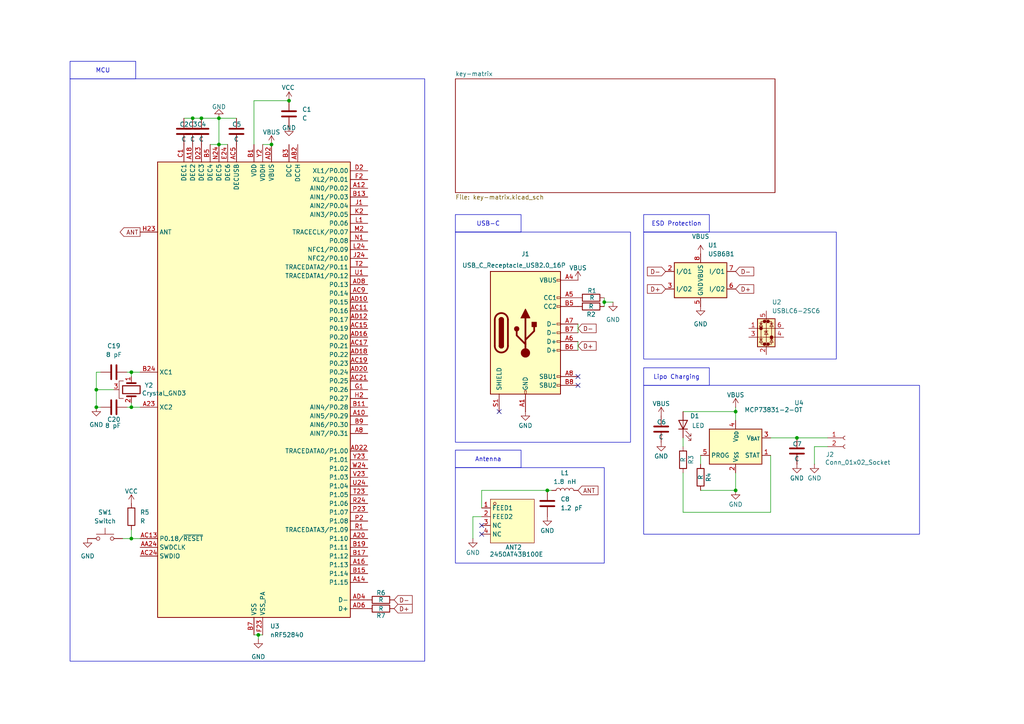
<source format=kicad_sch>
(kicad_sch (version 20250114) (generator "eeschema") (generator_version "9.0")
  (paper "A4")
  (lib_symbols
    (symbol "Battery_Management:MCP73831-2-OT"
      (property "Reference" "U" (at -7.62 6.35 0))
      (property "Value" "MCP73831-2-OT" (at 1.27 6.35 0))
      (symbol "MCP73831-2-OT_0_1"
        (rectangle (start -7.62 5.08) (end 7.62 -5.08) (stroke (width 0.254)) (fill (type background)))
      )
      (symbol "MCP73831-2-OT_1_1"
        (pin input line (at -10.16 -2.54 0) (length 2.54) (name "PROG") (number "5"))
        (pin power_in line (at 0 7.62 270) (length 2.54) (name "V_{DD}") (number "4"))
        (pin power_in line (at 0 -7.62 90) (length 2.54) (name "V_{SS}") (number "2"))
        (pin power_out line (at 10.16 2.54 180) (length 2.54) (name "V_{BAT}") (number "3"))
        (pin tri_state line (at 10.16 -2.54 180) (length 2.54) (name "STAT") (number "1"))
      )
    )
    (symbol "Connector:Conn_01x02_Socket" (pin_names (offset 1.016) (hide yes))
      (property "Reference" "J" (at 0 2.54 0))
      (property "Value" "Conn_01x02_Socket" (at 0 -5.08 0))
      (symbol "Conn_01x02_Socket_1_1"
        (polyline (pts (xy -1.27 0) (xy -0.508 0)) (stroke (width 0.1524)))
        (polyline (pts (xy -1.27 -2.54) (xy -0.508 -2.54)) (stroke (width 0.1524)))
        (arc (start 0 -0.508) (mid -0.5058 0) (end 0 0.508) (stroke (width 0.1524)))
        (arc (start 0 -3.048) (mid -0.5058 -2.54) (end 0 -2.032) (stroke (width 0.1524)))
        (pin passive line (at -5.08 0 0) (length 3.81) (name "Pin_1") (number "1"))
        (pin passive line (at -5.08 -2.54 0) (length 3.81) (name "Pin_2") (number "2"))
      )
    )
    (symbol "Connector:USB_C_Receptacle_USB2.0_16P" (pin_names (offset 1.016))
      (property "Reference" "J" (at 0 22.225 0))
      (property "Value" "USB_C_Receptacle_USB2.0_16P" (at 0 19.685 0))
      (symbol "USB_C_Receptacle_USB2.0_16P_0_0"
        (rectangle (start -0.254 -17.78) (end 0.254 -16.764))
        (rectangle (start 10.16 15.494) (end 9.144 14.986))
        (rectangle (start 10.16 10.414) (end 9.144 9.906))
        (rectangle (start 10.16 7.874) (end 9.144 7.366))
        (rectangle (start 10.16 2.794) (end 9.144 2.286))
        (rectangle (start 10.16 0.254) (end 9.144 -0.254))
        (rectangle (start 10.16 -2.286) (end 9.144 -2.794))
        (rectangle (start 10.16 -4.826) (end 9.144 -5.334))
        (rectangle (start 10.16 -12.446) (end 9.144 -12.954))
        (rectangle (start 10.16 -14.986) (end 9.144 -15.494))
      )
      (symbol "USB_C_Receptacle_USB2.0_16P_0_1"
        (rectangle (start -10.16 17.78) (end 10.16 -17.78) (stroke (width 0.254)) (fill (type background)))
        (polyline (pts (xy -8.89 -3.81) (xy -8.89 3.81)) (stroke (width 0.508)))
        (rectangle (start -7.62 -3.81) (end -6.35 3.81) (stroke (width 0.254)) (fill (type outline)))
        (arc (start -7.62 3.81) (mid -6.985 4.4423) (end -6.35 3.81) (stroke (width 0.254)))
        (arc (start -7.62 3.81) (mid -6.985 4.4423) (end -6.35 3.81) (stroke (width 0.254)) (fill (type outline)))
        (arc (start -8.89 3.81) (mid -6.985 5.7067) (end -5.08 3.81) (stroke (width 0.508)))
        (arc (start -5.08 -3.81) (mid -6.985 -5.7067) (end -8.89 -3.81) (stroke (width 0.508)))
        (arc (start -6.35 -3.81) (mid -6.985 -4.4423) (end -7.62 -3.81) (stroke (width 0.254)))
        (arc (start -6.35 -3.81) (mid -6.985 -4.4423) (end -7.62 -3.81) (stroke (width 0.254)) (fill (type outline)))
        (polyline (pts (xy -5.08 3.81) (xy -5.08 -3.81)) (stroke (width 0.508)))
        (circle (center -2.54 1.143) (radius 0.635) (stroke (width 0.254)) (fill (type outline)))
        (polyline (pts (xy -1.27 4.318) (xy 0 6.858) (xy 1.27 4.318) (xy -1.27 4.318)) (stroke (width 0.254)) (fill (type outline)))
        (polyline (pts (xy 0 -2.032) (xy 2.54 0.508) (xy 2.54 1.778)) (stroke (width 0.508)))
        (polyline (pts (xy 0 -3.302) (xy -2.54 -0.762) (xy -2.54 0.508)) (stroke (width 0.508)))
        (polyline (pts (xy 0 -5.842) (xy 0 4.318)) (stroke (width 0.508)))
        (circle (center 0 -5.842) (radius 1.27) (fill (type outline)))
        (rectangle (start 1.905 1.778) (end 3.175 3.048) (stroke (width 0.254)) (fill (type outline)))
      )
      (symbol "USB_C_Receptacle_USB2.0_16P_1_1"
        (pin passive line (at -7.62 -22.86 90) (length 5.08) (name "SHIELD") (number "S1"))
        (pin passive line (at 0 -22.86 90) (length 5.08) (name "GND") (number "A1"))
        (pin passive line (at 0 -22.86 90) (length 5.08) (hide yes) (name "GND") (number "A12"))
        (pin passive line (at 0 -22.86 90) (length 5.08) (hide yes) (name "GND") (number "B1"))
        (pin passive line (at 0 -22.86 90) (length 5.08) (hide yes) (name "GND") (number "B12"))
        (pin passive line (at 15.24 15.24 180) (length 5.08) (name "VBUS") (number "A4"))
        (pin passive line (at 15.24 15.24 180) (length 5.08) (hide yes) (name "VBUS") (number "A9"))
        (pin passive line (at 15.24 15.24 180) (length 5.08) (hide yes) (name "VBUS") (number "B4"))
        (pin passive line (at 15.24 15.24 180) (length 5.08) (hide yes) (name "VBUS") (number "B9"))
        (pin bidirectional line (at 15.24 10.16 180) (length 5.08) (name "CC1") (number "A5"))
        (pin bidirectional line (at 15.24 7.62 180) (length 5.08) (name "CC2") (number "B5"))
        (pin bidirectional line (at 15.24 2.54 180) (length 5.08) (name "D-") (number "A7"))
        (pin bidirectional line (at 15.24 0 180) (length 5.08) (name "D-") (number "B7"))
        (pin bidirectional line (at 15.24 -2.54 180) (length 5.08) (name "D+") (number "A6"))
        (pin bidirectional line (at 15.24 -5.08 180) (length 5.08) (name "D+") (number "B6"))
        (pin bidirectional line (at 15.24 -12.7 180) (length 5.08) (name "SBU1") (number "A8"))
        (pin bidirectional line (at 15.24 -15.24 180) (length 5.08) (name "SBU2") (number "B8"))
      )
    )
    (symbol "Device:C" (pin_numbers (hide yes)) (pin_names (offset 0.254))
      (property "Reference" "C" (at 0.635 2.54 0))
      (property "Value" "C" (at 0.635 -2.54 0))
      (symbol "C_0_1"
        (polyline (pts (xy -2.032 0.762) (xy 2.032 0.762)) (stroke (width 0.508)))
        (polyline (pts (xy -2.032 -0.762) (xy 2.032 -0.762)) (stroke (width 0.508)))
      )
      (symbol "C_1_1"
        (pin passive line (at 0 3.81 270) (length 2.794) (name "~") (number "1"))
        (pin passive line (at 0 -3.81 90) (length 2.794) (name "~") (number "2"))
      )
    )
    (symbol "Device:Crystal_GND3" (pin_names (offset 1.016) (hide yes))
      (property "Reference" "Y" (at 0 5.715 0))
      (property "Value" "Crystal_GND3" (at 0 3.81 0))
      (symbol "Crystal_GND3_0_1"
        (polyline (pts (xy -2.54 0) (xy -1.905 0)))
        (polyline (pts (xy -2.54 -2.286) (xy -2.54 -3.556) (xy 2.54 -3.556) (xy 2.54 -2.286)))
        (polyline (pts (xy -1.905 -1.27) (xy -1.905 1.27)) (stroke (width 0.508)))
        (rectangle (start -1.143 2.54) (end 1.143 -2.54) (stroke (width 0.3048)))
        (polyline (pts (xy 0 -3.81) (xy 0 -3.556)))
        (polyline (pts (xy 1.905 1.27) (xy 1.905 -1.27)) (stroke (width 0.508)))
        (polyline (pts (xy 1.905 0) (xy 2.54 0)))
      )
      (symbol "Crystal_GND3_1_1"
        (pin passive line (at -3.81 0 0) (length 1.27) (name "1") (number "1"))
        (pin passive line (at 0 -5.08 90) (length 1.27) (name "3") (number "3"))
        (pin passive line (at 3.81 0 180) (length 1.27) (name "2") (number "2"))
      )
    )
    (symbol "Device:L" (pin_numbers (hide yes)) (pin_names (offset 1.016) (hide yes))
      (property "Reference" "L" (at -1.27 0 90))
      (property "Value" "L" (at 1.905 0 90))
      (symbol "L_0_1"
        (arc (start 0 2.54) (mid 0.6323 1.905) (end 0 1.27))
        (arc (start 0 1.27) (mid 0.6323 0.635) (end 0 0))
        (arc (start 0 0) (mid 0.6323 -0.635) (end 0 -1.27))
        (arc (start 0 -1.27) (mid 0.6323 -1.905) (end 0 -2.54))
      )
      (symbol "L_1_1"
        (pin passive line (at 0 3.81 270) (length 1.27) (name "1") (number "1"))
        (pin passive line (at 0 -3.81 90) (length 1.27) (name "2") (number "2"))
      )
    )
    (symbol "Device:LED" (pin_numbers (hide yes)) (pin_names (offset 1.016) (hide yes))
      (property "Reference" "D" (at 0 2.54 0))
      (property "Value" "LED" (at 0 -2.54 0))
      (symbol "LED_0_1"
        (polyline (pts (xy -3.048 -0.762) (xy -4.572 -2.286) (xy -3.81 -2.286) (xy -4.572 -2.286) (xy -4.572 -1.524)))
        (polyline (pts (xy -1.778 -0.762) (xy -3.302 -2.286) (xy -2.54 -2.286) (xy -3.302 -2.286) (xy -3.302 -1.524)))
        (polyline (pts (xy -1.27 0) (xy 1.27 0)))
        (polyline (pts (xy -1.27 -1.27) (xy -1.27 1.27)) (stroke (width 0.254)))
        (polyline (pts (xy 1.27 -1.27) (xy 1.27 1.27) (xy -1.27 0) (xy 1.27 -1.27)) (stroke (width 0.254)))
      )
      (symbol "LED_1_1"
        (pin passive line (at -3.81 0 0) (length 2.54) (name "K") (number "1"))
        (pin passive line (at 3.81 0 180) (length 2.54) (name "A") (number "2"))
      )
    )
    (symbol "Device:R" (pin_numbers (hide yes)) (pin_names (offset 0))
      (property "Reference" "R" (at 2.032 0 90))
      (property "Value" "R" (at 0 0 90))
      (symbol "R_0_1"
        (rectangle (start -1.016 -2.54) (end 1.016 2.54) (stroke (width 0.254)))
      )
      (symbol "R_1_1"
        (pin passive line (at 0 3.81 270) (length 1.27) (name "~") (number "1"))
        (pin passive line (at 0 -3.81 90) (length 1.27) (name "~") (number "2"))
      )
    )
    (symbol "MCU_Nordic:nRF52840"
      (property "Reference" "U" (at 0 5.08 0))
      (property "Value" "nRF52840" (at 0 2.54 0))
      (symbol "nRF52840_0_1"
        (rectangle (start -27.94 66.04) (end 27.94 -66.04) (stroke (width 0.254)) (fill (type background)))
      )
      (symbol "nRF52840_1_1"
        (pin passive line (at -33.02 45.72 0) (length 5.08) (name "ANT") (number "H23"))
        (pin input line (at -33.02 5.08 0) (length 5.08) (name "XC1") (number "B24"))
        (pin input line (at -33.02 -5.08 0) (length 5.08) (name "XC2") (number "A23"))
        (pin bidirectional line (at -33.02 -43.18 0) (length 5.08) (name "P0.18/~{RESET}") (number "AC13"))
        (pin input line (at -33.02 -45.72 0) (length 5.08) (name "SWDCLK") (number "AA24"))
        (pin bidirectional line (at -33.02 -48.26 0) (length 5.08) (name "SWDIO") (number "AC24"))
        (pin passive line (at -20.32 71.12 270) (length 5.08) (name "DEC1") (number "C1"))
        (pin passive line (at -17.78 71.12 270) (length 5.08) (name "DEC2") (number "A18"))
        (pin passive line (at -15.24 71.12 270) (length 5.08) (name "DEC3") (number "D23"))
        (pin passive line (at -12.7 71.12 270) (length 5.08) (name "DEC4") (number "B5"))
        (pin passive line (at -10.16 71.12 270) (length 5.08) (name "DEC5") (number "N24"))
        (pin passive line (at -7.62 71.12 270) (length 5.08) (name "DEC6") (number "E24"))
        (pin passive line (at -5.08 71.12 270) (length 5.08) (name "DECUSB") (number "AC5"))
        (pin passive line (at 0 71.12 270) (length 5.08) (hide yes) (name "VDD") (number "A22"))
        (pin passive line (at 0 71.12 270) (length 5.08) (hide yes) (name "VDD") (number "AD14"))
        (pin passive line (at 0 71.12 270) (length 5.08) (hide yes) (name "VDD") (number "AD23"))
        (pin power_in line (at 0 71.12 270) (length 5.08) (name "VDD") (number "B1"))
        (pin passive line (at 0 71.12 270) (length 5.08) (hide yes) (name "VDD") (number "W1"))
        (pin power_in line (at 0 -71.12 90) (length 5.08) (name "VSS") (number "B7"))
        (pin passive line (at 0 -71.12 90) (length 5.08) (hide yes) (name "VSS") (number "EP"))
        (pin power_in line (at 2.54 71.12 270) (length 5.08) (name "VDDH") (number "Y2"))
        (pin power_in line (at 2.54 -71.12 90) (length 5.08) (name "VSS_PA") (number "F23"))
        (pin power_in line (at 5.08 71.12 270) (length 5.08) (name "VBUS") (number "AD2"))
        (pin power_out line (at 10.16 71.12 270) (length 5.08) (name "DCC") (number "B3"))
        (pin power_out line (at 12.7 71.12 270) (length 5.08) (name "DCCH") (number "AB2"))
        (pin bidirectional line (at 33.02 63.5 180) (length 5.08) (name "XL1/P0.00") (number "D2"))
        (pin bidirectional line (at 33.02 60.96 180) (length 5.08) (name "XL2/P0.01") (number "F2"))
        (pin bidirectional line (at 33.02 58.42 180) (length 5.08) (name "AIN0/P0.02") (number "A12"))
        (pin bidirectional line (at 33.02 55.88 180) (length 5.08) (name "AIN1/P0.03") (number "B13"))
        (pin bidirectional line (at 33.02 53.34 180) (length 5.08) (name "AIN2/P0.04") (number "J1"))
        (pin bidirectional line (at 33.02 50.8 180) (length 5.08) (name "AIN3/P0.05") (number "K2"))
        (pin bidirectional line (at 33.02 48.26 180) (length 5.08) (name "P0.06") (number "L1"))
        (pin bidirectional line (at 33.02 45.72 180) (length 5.08) (name "TRACECLK/P0.07") (number "M2"))
        (pin bidirectional line (at 33.02 43.18 180) (length 5.08) (name "P0.08") (number "N1"))
        (pin bidirectional line (at 33.02 40.64 180) (length 5.08) (name "NFC1/P0.09") (number "L24"))
        (pin bidirectional line (at 33.02 38.1 180) (length 5.08) (name "NFC2/P0.10") (number "J24"))
        (pin bidirectional line (at 33.02 35.56 180) (length 5.08) (name "TRACEDATA2/P0.11") (number "T2"))
        (pin bidirectional line (at 33.02 33.02 180) (length 5.08) (name "TRACEDATA1/P0.12") (number "U1"))
        (pin bidirectional line (at 33.02 30.48 180) (length 5.08) (name "P0.13") (number "AD8"))
        (pin bidirectional line (at 33.02 27.94 180) (length 5.08) (name "P0.14") (number "AC9"))
        (pin bidirectional line (at 33.02 25.4 180) (length 5.08) (name "P0.15") (number "AD10"))
        (pin bidirectional line (at 33.02 22.86 180) (length 5.08) (name "P0.16") (number "AC11"))
        (pin bidirectional line (at 33.02 20.32 180) (length 5.08) (name "P0.17") (number "AD12"))
        (pin bidirectional line (at 33.02 17.78 180) (length 5.08) (name "P0.19") (number "AC15"))
        (pin bidirectional line (at 33.02 15.24 180) (length 5.08) (name "P0.20") (number "AD16"))
        (pin bidirectional line (at 33.02 12.7 180) (length 5.08) (name "P0.21") (number "AC17"))
        (pin bidirectional line (at 33.02 10.16 180) (length 5.08) (name "P0.22") (number "AD18"))
        (pin bidirectional line (at 33.02 7.62 180) (length 5.08) (name "P0.23") (number "AC19"))
        (pin bidirectional line (at 33.02 5.08 180) (length 5.08) (name "P0.24") (number "AD20"))
        (pin bidirectional line (at 33.02 2.54 180) (length 5.08) (name "P0.25") (number "AC21"))
        (pin bidirectional line (at 33.02 0 180) (length 5.08) (name "P0.26") (number "G1"))
        (pin bidirectional line (at 33.02 -2.54 180) (length 5.08) (name "P0.27") (number "H2"))
        (pin bidirectional line (at 33.02 -5.08 180) (length 5.08) (name "AIN4/P0.28") (number "B11"))
        (pin bidirectional line (at 33.02 -7.62 180) (length 5.08) (name "AIN5/P0.29") (number "A10"))
        (pin bidirectional line (at 33.02 -10.16 180) (length 5.08) (name "AIN6/P0.30") (number "B9"))
        (pin bidirectional line (at 33.02 -12.7 180) (length 5.08) (name "AIN7/P0.31") (number "A8"))
        (pin bidirectional line (at 33.02 -17.78 180) (length 5.08) (name "TRACEDATA0/P1.00") (number "AD22"))
        (pin bidirectional line (at 33.02 -20.32 180) (length 5.08) (name "P1.01") (number "Y23"))
        (pin bidirectional line (at 33.02 -22.86 180) (length 5.08) (name "P1.02") (number "W24"))
        (pin bidirectional line (at 33.02 -25.4 180) (length 5.08) (name "P1.03") (number "V23"))
        (pin bidirectional line (at 33.02 -27.94 180) (length 5.08) (name "P1.04") (number "U24"))
        (pin bidirectional line (at 33.02 -30.48 180) (length 5.08) (name "P1.05") (number "T23"))
        (pin bidirectional line (at 33.02 -33.02 180) (length 5.08) (name "P1.06") (number "R24"))
        (pin bidirectional line (at 33.02 -35.56 180) (length 5.08) (name "P1.07") (number "P23"))
        (pin bidirectional line (at 33.02 -38.1 180) (length 5.08) (name "P1.08") (number "P2"))
        (pin bidirectional line (at 33.02 -40.64 180) (length 5.08) (name "TRACEDATA3/P1.09") (number "R1"))
        (pin bidirectional line (at 33.02 -43.18 180) (length 5.08) (name "P1.10") (number "A20"))
        (pin bidirectional line (at 33.02 -45.72 180) (length 5.08) (name "P1.11") (number "B19"))
        (pin bidirectional line (at 33.02 -48.26 180) (length 5.08) (name "P1.12") (number "B17"))
        (pin bidirectional line (at 33.02 -50.8 180) (length 5.08) (name "P1.13") (number "A16"))
        (pin bidirectional line (at 33.02 -53.34 180) (length 5.08) (name "P1.14") (number "B15"))
        (pin bidirectional line (at 33.02 -55.88 180) (length 5.08) (name "P1.15") (number "A14"))
        (pin bidirectional line (at 33.02 -60.96 180) (length 5.08) (name "D-") (number "AD4"))
        (pin bidirectional line (at 33.02 -63.5 180) (length 5.08) (name "D+") (number "AD6"))
      )
    )
    (symbol "Power_Protection:USB6B1"
      (property "Reference" "U" (at 6.35 6.35 0))
      (property "Value" "USB6B1" (at 5.08 -6.35 0))
      (symbol "USB6B1_0_1"
        (rectangle (start -7.62 -5.08) (end 7.62 5.08) (stroke (width 0.254)) (fill (type background)))
      )
      (symbol "USB6B1_1_1"
        (pin passive line (at -10.16 2.54 0) (length 2.54) (name "I/O1") (number "2"))
        (pin passive line (at -10.16 -2.54 0) (length 2.54) (name "I/O2") (number "3"))
        (pin passive line (at 0 7.62 270) (length 2.54) (hide yes) (name "VBUS") (number "1"))
        (pin passive line (at 0 7.62 270) (length 2.54) (name "VBUS") (number "8"))
        (pin passive line (at 0 -7.62 90) (length 2.54) (hide yes) (name "GND") (number "4"))
        (pin passive line (at 0 -7.62 90) (length 2.54) (name "GND") (number "5"))
        (pin passive line (at 10.16 2.54 180) (length 2.54) (name "I/O1") (number "7"))
        (pin passive line (at 10.16 -2.54 180) (length 2.54) (name "I/O2") (number "6"))
      )
    )
    (symbol "Power_Protection:USBLC6-2SC6" (pin_names (hide yes))
      (property "Reference" "U" (at 0.635 5.715 0))
      (property "Value" "USBLC6-2SC6" (at 0.635 3.81 0))
      (symbol "USBLC6-2SC6_0_0"
        (circle (center -1.524 0) (radius 0.0001) (stroke (width 0.508)))
        (circle (center -0.508 2.032) (radius 0.0001) (stroke (width 0.508)))
        (circle (center -0.508 -4.572) (radius 0.0001) (stroke (width 0.508)))
        (circle (center 0.508 2.032) (radius 0.0001) (stroke (width 0.508)))
        (circle (center 0.508 -4.572) (radius 0.0001) (stroke (width 0.508)))
        (circle (center 1.524 -2.54) (radius 0.0001) (stroke (width 0.508)))
      )
      (symbol "USBLC6-2SC6_0_1"
        (polyline (pts (xy -2.54 0) (xy 2.54 0)))
        (polyline (pts (xy -2.54 -2.54) (xy 2.54 -2.54)))
        (polyline (pts (xy -2.032 0.508) (xy -1.016 0.508) (xy -1.524 1.524) (xy -2.032 0.508)))
        (polyline (pts (xy -2.032 -3.048) (xy -1.016 -3.048)))
        (polyline (pts (xy -1.016 1.524) (xy -2.032 1.524)))
        (polyline (pts (xy -1.016 -4.064) (xy -2.032 -4.064) (xy -1.524 -3.048) (xy -1.016 -4.064)))
        (polyline (pts (xy -0.508 -1.143) (xy -0.508 -0.762) (xy 0.508 -0.762)))
        (polyline (pts (xy 0 2.54) (xy -0.508 2.032) (xy 0.508 2.032) (xy 0 1.524) (xy 0 -4.064) (xy -0.508 -4.572) (xy 0.508 -4.572) (xy 0 -5.08)))
        (polyline (pts (xy 0.508 -1.778) (xy -0.508 -1.778) (xy 0 -0.762) (xy 0.508 -1.778)))
        (polyline (pts (xy 1.016 1.524) (xy 2.032 1.524)))
        (polyline (pts (xy 1.016 -3.048) (xy 2.032 -3.048)))
        (polyline (pts (xy 2.032 0.508) (xy 1.016 0.508) (xy 1.524 1.524) (xy 2.032 0.508)))
        (polyline (pts (xy 2.032 -4.064) (xy 1.016 -4.064) (xy 1.524 -3.048) (xy 2.032 -4.064)))
      )
      (symbol "USBLC6-2SC6_1_1"
        (rectangle (start -2.54 2.794) (end 2.54 -5.334) (stroke (width 0.254)) (fill (type background)))
        (polyline (pts (xy -0.508 2.032) (xy -1.524 2.032) (xy -1.524 -4.572) (xy -0.508 -4.572)))
        (polyline (pts (xy 0.508 -4.572) (xy 1.524 -4.572) (xy 1.524 2.032) (xy 0.508 2.032)))
        (pin passive line (at -5.08 0 0) (length 2.54) (name "I/O1") (number "1"))
        (pin passive line (at -5.08 -2.54 0) (length 2.54) (name "I/O2") (number "3"))
        (pin passive line (at 0 5.08 270) (length 2.54) (name "VBUS") (number "5"))
        (pin passive line (at 0 -7.62 90) (length 2.54) (name "GND") (number "2"))
        (pin passive line (at 5.08 0 180) (length 2.54) (name "I/O1") (number "6"))
        (pin passive line (at 5.08 -2.54 180) (length 2.54) (name "I/O2") (number "4"))
      )
    )
    (symbol "ScottoKeebs:Placeholder_Switch" (pin_numbers (hide yes)) (pin_names (offset 1.016) (hide yes))
      (property "Reference" "SW" (at 1.27 2.54 0))
      (property "Value" "Switch" (at 0 -1.524 0))
      (symbol "Placeholder_Switch_0_1"
        (circle (center -2.032 0) (radius 0.508))
        (polyline (pts (xy 0 1.27) (xy 0 3.048)))
        (circle (center 2.032 0) (radius 0.508))
        (polyline (pts (xy 2.54 1.27) (xy -2.54 1.27)))
        (pin passive line (at -5.08 0 0) (length 2.54) (name "1") (number "1"))
        (pin passive line (at 5.08 0 180) (length 2.54) (name "2") (number "2"))
      )
    )
    (symbol "antenna:2450AT43B100E"
      (property "Reference" "ANT" (at 0 8.89 0))
      (property "Value" "2450AT43B100E" (at 0 -8.89 0))
      (symbol "2450AT43B100E_0_1"
        (rectangle (start -5.08 6.35) (end 7.62 -6.35) (fill (type background)))
        (circle (center -3.81 5.08) (radius 0.38))
        (pin unspecified line (at -7.62 3.81 0) (length 2.54) (name "FEED1") (number "1"))
        (pin unspecified line (at -7.62 1.27 0) (length 2.54) (name "FEED2") (number "2"))
        (pin unspecified line (at -7.62 -1.27 0) (length 2.54) (name "NC") (number "3"))
        (pin unspecified line (at -7.62 -3.81 0) (length 2.54) (name "NC") (number "4"))
      )
    )
    (symbol "power:GND" (power) (pin_numbers (hide yes)) (pin_names (offset 0) (hide yes))
      (property "Value" "GND" (at 0 -3.81 0))
      (symbol "GND_0_1"
        (polyline (pts (xy 0 0) (xy 0 -1.27) (xy 1.27 -1.27) (xy 0 -2.54) (xy -1.27 -1.27) (xy 0 -1.27)))
      )
      (symbol "GND_1_1"
        (pin power_in line (at 0 0 270) (length 0) (name "~") (number "1"))
      )
    )
    (symbol "power:VBUS" (power) (pin_numbers (hide yes)) (pin_names (offset 0) (hide yes))
      (property "Value" "VBUS" (at 0 3.556 0))
      (symbol "VBUS_0_1"
        (polyline (pts (xy -0.762 1.27) (xy 0 2.54)))
        (polyline (pts (xy 0 2.54) (xy 0.762 1.27)))
        (polyline (pts (xy 0 0) (xy 0 2.54)))
      )
      (symbol "VBUS_1_1"
        (pin power_in line (at 0 0 90) (length 0) (name "~") (number "1"))
      )
    )
  )
  (rectangle (start 186.69 67.31) (end 242.57 104.14))
  (rectangle (start 132.08 135.636) (end 175.26 163.322))
  (rectangle (start 186.69 111.76) (end 266.7 154.94))
  (rectangle (start 20.32 22.86) (end 123.19 191.77))
  (rectangle (start 132.08 67.31) (end 182.88 128.27))
  (text_box "USB-C\n" (at 132.08 62.23 0) (size 19.05 5.08) (margins 0.9525 0.9525 0.9525 0.9525) (effects (font (size 1.27 1.27))))
  (text_box "ESD Protection\n" (at 186.69 62.23 0) (size 19.05 5.08) (margins 0.9525 0.9525 0.9525 0.9525) (effects (font (size 1.27 1.27))))
  (text_box "Antenna\n" (at 132.08 130.556 0) (size 19.05 5.08) (margins 0.9525 0.9525 0.9525 0.9525) (effects (font (size 1.27 1.27))))
  (text_box "Lipo Charging\n" (at 186.69 106.68 0) (size 19.05 5.08) (margins 0.9525 0.9525 0.9525 0.9525) (effects (font (size 1.27 1.27))))
  (text_box "MCU" (at 20.32 17.78 0) (size 19.05 5.08) (margins 0.9525 0.9525 0.9525 0.9525) (effects (font (size 1.27 1.27))))
  (junction (at 158.75 142.24))
  (junction (at 27.94 113.03))
  (junction (at 231.14 127))
  (junction (at 38.1 118.11))
  (junction (at 27.94 118.11))
  (junction (at 83.82 29.21))
  (junction (at 78.74 41.91))
  (junction (at 55.88 34.29))
  (junction (at 213.36 142.24))
  (junction (at 58.42 34.29))
  (junction (at 38.1 107.95))
  (junction (at 38.1 156.21))
  (junction (at 175.26 87.63))
  (junction (at 63.5 41.91))
  (junction (at 213.36 119.38))
  (junction (at 74.93 184.15))
  (junction (at 63.5 34.29))
  (no_connect (at 139.7 152.4))
  (no_connect (at 144.78 119.38))
  (no_connect (at 139.7 154.94))
  (no_connect (at 167.64 111.76))
  (no_connect (at 167.64 109.22))
  (wire (pts (xy 213.36 118.11) (xy 213.36 119.38)))
  (wire (pts (xy 38.1 118.11) (xy 38.1 116.84)))
  (wire (pts (xy 167.64 99.06) (xy 167.64 101.6)))
  (wire (pts (xy 27.94 113.03) (xy 27.94 118.11)))
  (wire (pts (xy 158.75 142.24) (xy 160.02 142.24)))
  (wire (pts (xy 175.26 87.63) (xy 175.26 88.9)))
  (wire (pts (xy 83.82 29.21) (xy 73.66 29.21)))
  (wire (pts (xy 240.03 129.54) (xy 236.22 129.54)))
  (wire (pts (xy 198.12 127) (xy 198.12 129.54)))
  (wire (pts (xy 63.5 41.91) (xy 66.04 41.91)))
  (wire (pts (xy 38.1 107.95) (xy 38.1 109.22)))
  (wire (pts (xy 223.52 148.59) (xy 198.12 148.59)))
  (wire (pts (xy 63.5 34.29) (xy 68.58 34.29)))
  (wire (pts (xy 33.02 113.03) (xy 27.94 113.03)))
  (wire (pts (xy 139.7 142.24) (xy 158.75 142.24)))
  (wire (pts (xy 35.56 156.21) (xy 38.1 156.21)))
  (wire (pts (xy 139.7 142.24) (xy 139.7 147.32)))
  (wire (pts (xy 223.52 127) (xy 231.14 127)))
  (wire (pts (xy 175.26 86.36) (xy 175.26 87.63)))
  (wire (pts (xy 236.22 129.54) (xy 236.22 134.62)))
  (wire (pts (xy 74.93 184.15) (xy 76.2 184.15)))
  (wire (pts (xy 198.12 119.38) (xy 213.36 119.38)))
  (wire (pts (xy 167.64 93.98) (xy 167.64 96.52)))
  (wire (pts (xy 198.12 148.59) (xy 198.12 137.16)))
  (wire (pts (xy 36.83 118.11) (xy 38.1 118.11)))
  (wire (pts (xy 73.66 184.15) (xy 74.93 184.15)))
  (wire (pts (xy 203.2 142.24) (xy 213.36 142.24)))
  (wire (pts (xy 74.93 185.42) (xy 74.93 184.15)))
  (wire (pts (xy 63.5 34.29) (xy 63.5 41.91)))
  (wire (pts (xy 38.1 118.11) (xy 40.64 118.11)))
  (wire (pts (xy 213.36 142.24) (xy 213.36 137.16)))
  (wire (pts (xy 53.34 34.29) (xy 55.88 34.29)))
  (wire (pts (xy 137.16 149.86) (xy 139.7 149.86)))
  (wire (pts (xy 55.88 34.29) (xy 58.42 34.29)))
  (wire (pts (xy 29.21 107.95) (xy 27.94 107.95)))
  (wire (pts (xy 27.94 107.95) (xy 27.94 113.03)))
  (wire (pts (xy 38.1 153.67) (xy 38.1 156.21)))
  (wire (pts (xy 223.52 132.08) (xy 223.52 148.59)))
  (wire (pts (xy 175.26 87.63) (xy 177.8 87.63)))
  (wire (pts (xy 36.83 107.95) (xy 38.1 107.95)))
  (wire (pts (xy 38.1 107.95) (xy 40.64 107.95)))
  (wire (pts (xy 213.36 119.38) (xy 213.36 121.92)))
  (wire (pts (xy 38.1 156.21) (xy 40.64 156.21)))
  (wire (pts (xy 76.2 41.91) (xy 78.74 41.91)))
  (wire (pts (xy 27.94 118.11) (xy 29.21 118.11)))
  (wire (pts (xy 58.42 34.29) (xy 63.5 34.29)))
  (wire (pts (xy 60.96 41.91) (xy 63.5 41.91)))
  (wire (pts (xy 73.66 29.21) (xy 73.66 41.91)))
  (wire (pts (xy 203.2 132.08) (xy 203.2 134.62)))
  (wire (pts (xy 137.16 149.86) (xy 137.16 156.21)))
  (wire (pts (xy 231.14 127) (xy 240.03 127)))
  (global_label "D+" (shape input) (at 114.3 176.53 0) (property "Intersheetrefs" "${INTERSHEET_REFS}" (effects (hide yes))))
  (global_label "ANT" (shape output) (at 40.64 67.31 180) (property "Intersheetrefs" "${INTERSHEET_REFS}" (effects (hide yes))))
  (global_label "D-" (shape input) (at 114.3 173.99 0) (property "Intersheetrefs" "${INTERSHEET_REFS}" (effects (hide yes))))
  (global_label "D-" (shape input) (at 167.64 95.25 0) (property "Intersheetrefs" "${INTERSHEET_REFS}" (effects (hide yes))))
  (global_label "D+" (shape input) (at 193.04 83.82 180) (property "Intersheetrefs" "${INTERSHEET_REFS}" (effects (hide yes))))
  (global_label "D+" (shape input) (at 213.36 83.82 0) (property "Intersheetrefs" "${INTERSHEET_REFS}" (effects (hide yes))))
  (global_label "D-" (shape input) (at 213.36 78.74 0) (property "Intersheetrefs" "${INTERSHEET_REFS}" (effects (hide yes))))
  (global_label "ANT" (shape input) (at 167.64 142.24 0) (property "Intersheetrefs" "${INTERSHEET_REFS}" (effects (hide yes))))
  (global_label "D+" (shape input) (at 167.64 100.33 0) (property "Intersheetrefs" "${INTERSHEET_REFS}" (effects (hide yes))))
  (global_label "D-" (shape input) (at 193.04 78.74 180) (property "Intersheetrefs" "${INTERSHEET_REFS}" (effects (hide yes))))
  (symbol (lib_id "Device:C") (at 55.88 38.1 0) (unit 1)
    (property "Reference" "C3" (at 54.61 36.068 0) (effects (justify left)))
    (property "Value" "C" (at 55.118 40.386 0) (effects (justify left)))
    (property "Description" "Unpolarized capacitor" (effects (hide yes)))
  )
  (symbol (lib_id "power:GND") (at 191.77 128.27 0) (unit 1)
    (property "Reference" "#PWR012" (effects (hide yes)))
    (property "Value" "GND" (at 191.77 132.334 0))
    (property "Description" "Power symbol creates a global label with name \"GND\" , ground" (effects (hide yes)))
  )
  (symbol (lib_id "Device:R") (at 38.1 149.86 0) (unit 1)
    (property "Reference" "R5" (at 40.64 148.5899 0) (effects (justify left)))
    (property "Value" "R" (at 40.64 151.1299 0) (effects (justify left)))
    (property "Description" "Resistor" (effects (hide yes)))
  )
  (symbol (lib_id "Device:C") (at 158.75 146.05 0) (unit 1)
    (property "Reference" "C8" (at 162.56 144.7799 0) (effects (justify left)))
    (property "Value" "1.2 pF" (at 162.56 147.3199 0) (effects (justify left)))
    (property "Description" "Unpolarized capacitor" (effects (hide yes)))
  )
  (symbol (lib_id "Device:R") (at 110.49 173.99 90) (unit 1)
    (property "Reference" "R6" (at 110.49 171.958 90))
    (property "Value" "R" (at 110.49 173.99 90))
    (property "Description" "Resistor" (effects (hide yes)))
  )
  (symbol (lib_id "Device:LED") (at 198.12 123.19 90) (unit 1)
    (property "Reference" "D1" (at 200.152 120.65 90) (effects (justify right)))
    (property "Value" "LED" (at 200.66 123.444 90) (effects (justify right)))
    (property "Description" "Light emitting diode" (effects (hide yes)))
    (property "Sim.Pins" "1=K 2=A" (effects (hide yes)))
  )
  (symbol (lib_id "Device:C") (at 191.77 124.46 0) (unit 1)
    (property "Reference" "C6" (at 190.5 122.428 0) (effects (justify left)))
    (property "Value" "C" (at 191.008 126.746 0) (effects (justify left)))
    (property "Description" "Unpolarized capacitor" (effects (hide yes)))
  )
  (symbol (lib_id "power:GND") (at 231.14 134.62 0) (unit 1)
    (property "Reference" "#PWR013" (effects (hide yes)))
    (property "Value" "GND" (at 231.14 138.684 0))
    (property "Description" "Power symbol creates a global label with name \"GND\" , ground" (effects (hide yes)))
  )
  (symbol (lib_id "Battery_Management:MCP73831-2-OT") (at 213.36 129.54 0) (unit 1)
    (property "Reference" "U4" (at 230.378 116.84 0) (effects (justify left)))
    (property "Value" "MCP73831-2-OT" (at 215.9 118.872 0) (effects (justify left)))
    (property "Footprint" "Package_TO_SOT_SMD:SOT-23-5" (effects (hide yes)))
    (property "Datasheet" "http://ww1.microchip.com/downloads/en/DeviceDoc/20001984g.pdf" (effects (hide yes)))
    (property "Description" "Single cell, Li-Ion/Li-Po charge management controller, 4.20V, Tri-State Status Output, in SOT23-5 package" (effects (hide yes)))
  )
  (symbol (lib_id "MCU_Nordic:nRF52840") (at 73.66 113.03 0) (unit 1)
    (property "Reference" "U3" (at 78.3433 181.61 0) (effects (justify left)))
    (property "Value" "nRF52840" (at 78.3433 184.15 0) (effects (justify left)))
    (property "Footprint" "Package_DFN_QFN:Nordic_AQFN-73-1EP_7x7mm_P0.5mm" (effects (hide yes)))
    (property "Datasheet" "http://infocenter.nordicsemi.com/topic/com.nordic.infocenter.nrf52/dita/nrf52/chips/nrf52840.html" (effects (hide yes)))
    (property "Description" "Multiprotocol BLE/ANT/2.4 GHz/802.15.4 Cortex-M4F SoC, AQFN-73" (effects (hide yes)))
  )
  (symbol (lib_id "Device:C") (at 53.34 38.1 0) (unit 1)
    (property "Reference" "C2" (at 52.07 36.068 0) (effects (justify left)))
    (property "Value" "C" (at 52.578 40.386 0) (effects (justify left)))
    (property "Description" "Unpolarized capacitor" (effects (hide yes)))
  )
  (symbol (lib_id "Device:C") (at 33.02 107.95 90) (unit 1)
    (property "Reference" "C19" (at 33.02 100.33 90))
    (property "Value" "8 pF" (at 33.02 102.87 90))
    (property "Description" "Unpolarized capacitor" (effects (hide yes)))
  )
  (symbol (lib_id "Connector:Conn_01x02_Socket") (at 245.11 127 0) (unit 1)
    (property "Reference" "J2" (at 239.522 131.826 0) (effects (justify left)))
    (property "Value" "Conn_01x02_Socket" (at 239.268 134.112 0) (effects (justify left)))
    (property "Description" "Generic connector, single row, 01x02, script generated" (effects (hide yes)))
  )
  (symbol (lib_id "power:GND") (at 83.82 36.83 0) (unit 1)
    (property "Reference" "#PWR03" (effects (hide yes)))
    (property "Value" "GND" (at 83.82 37.084 0))
    (property "Description" "Power symbol creates a global label with name \"GND\" , ground" (effects (hide yes)))
  )
  (symbol (lib_id "Device:R") (at 203.2 138.43 180) (unit 1)
    (property "Reference" "R4" (at 205.486 138.43 90))
    (property "Value" "R" (at 203.2 138.43 90))
    (property "Description" "Resistor" (effects (hide yes)))
  )
  (symbol (lib_id "power:GND") (at 213.36 142.24 0) (unit 1)
    (property "Reference" "#PWR015" (effects (hide yes)))
    (property "Value" "GND" (at 213.36 146.304 0))
    (property "Description" "Power symbol creates a global label with name \"GND\" , ground" (effects (hide yes)))
  )
  (symbol (lib_id "power:GND") (at 27.94 118.11 0) (unit 1)
    (property "Reference" "#PWR027" (effects (hide yes)))
    (property "Value" "GND" (at 27.94 123.19 0))
    (property "Description" "Power symbol creates a global label with name \"GND\" , ground" (effects (hide yes)))
  )
  (symbol (lib_id "Device:Crystal_GND3") (at 38.1 113.03 270) (unit 1)
    (property "Reference" "Y2" (at 41.91 111.7599 90) (effects (justify left)))
    (property "Value" "Crystal_GND3" (at 41.148 114.046 90) (effects (justify left)))
    (property "Description" "Three pin crystal, GND on pin 3" (effects (hide yes)))
  )
  (symbol (lib_id "Device:R") (at 110.49 176.53 90) (unit 1)
    (property "Reference" "R7" (at 110.49 178.562 90))
    (property "Value" "R" (at 110.49 176.53 90))
    (property "Description" "Resistor" (effects (hide yes)))
  )
  (symbol (lib_id "Device:C") (at 83.82 33.02 0) (unit 1)
    (property "Reference" "C1" (at 87.63 31.7499 0) (effects (justify left)))
    (property "Value" "C" (at 87.63 34.2899 0) (effects (justify left)))
    (property "Description" "Unpolarized capacitor" (effects (hide yes)))
  )
  (symbol (lib_id "Device:C") (at 231.14 130.81 0) (unit 1)
    (property "Reference" "C7" (at 229.87 128.778 0) (effects (justify left)))
    (property "Value" "C" (at 230.378 133.096 0) (effects (justify left)))
    (property "Description" "Unpolarized capacitor" (effects (hide yes)))
  )
  (symbol (lib_id "Device:R") (at 198.12 133.35 180) (unit 1)
    (property "Reference" "R3" (at 200.406 133.35 90))
    (property "Value" "R" (at 198.12 133.35 90))
    (property "Description" "Resistor" (effects (hide yes)))
  )
  (symbol (lib_id "power:GND") (at 137.16 156.21 0) (unit 1)
    (property "Reference" "#PWR019" (effects (hide yes)))
    (property "Value" "GND" (at 137.16 160.274 0))
    (property "Description" "Power symbol creates a global label with name \"GND\" , ground" (effects (hide yes)))
  )
  (symbol (lib_id "power:GND") (at 236.22 134.62 0) (unit 1)
    (property "Reference" "#PWR014" (effects (hide yes)))
    (property "Value" "GND" (at 236.22 138.684 0))
    (property "Description" "Power symbol creates a global label with name \"GND\" , ground" (effects (hide yes)))
  )
  (symbol (lib_id "Device:C") (at 68.58 38.1 0) (unit 1)
    (property "Reference" "C5" (at 67.31 36.068 0) (effects (justify left)))
    (property "Value" "C" (at 67.818 40.386 0) (effects (justify left)))
    (property "Description" "Unpolarized capacitor" (effects (hide yes)))
  )
  (symbol (lib_id "power:VBUS") (at 78.74 41.91 0) (unit 1)
    (property "Reference" "#PWR04" (effects (hide yes)))
    (property "Value" "VBUS" (at 78.74 38.354 0))
    (property "Description" "Power symbol creates a global label with name \"VBUS\"" (effects (hide yes)))
  )
  (symbol (lib_id "Connector:USB_C_Receptacle_USB2.0_16P") (at 152.4 96.52 0) (unit 1)
    (property "Reference" "J1" (at 152.4 73.66 0))
    (property "Value" "USB_C_Receptacle_USB2.0_16P" (at 149.098 76.962 0))
    (property "Datasheet" "https://www.usb.org/sites/default/files/documents/usb_type-c.zip" (effects (hide yes)))
    (property "Description" "USB 2.0-only 16P Type-C Receptacle connector" (effects (hide yes)))
  )
  (symbol (lib_id "power:GND") (at 177.8 87.63 0) (unit 1)
    (property "Reference" "#PWR07" (effects (hide yes)))
    (property "Value" "GND" (at 177.8 92.71 0))
    (property "Description" "Power symbol creates a global label with name \"GND\" , ground" (effects (hide yes)))
  )
  (symbol (lib_id "power:GND") (at 74.93 185.42 0) (unit 1)
    (property "Reference" "#PWR018" (effects (hide yes)))
    (property "Value" "GND" (at 74.93 190.5 0))
    (property "Description" "Power symbol creates a global label with name \"GND\" , ground" (effects (hide yes)))
  )
  (symbol (lib_id "Device:R") (at 171.45 88.9 90) (unit 1)
    (property "Reference" "R2" (at 171.45 91.186 90))
    (property "Value" "R" (at 171.45 88.9 90))
    (property "Description" "Resistor" (effects (hide yes)))
  )
  (symbol (lib_id "power:GND") (at 203.2 88.9 0) (unit 1)
    (property "Reference" "#PWR08" (effects (hide yes)))
    (property "Value" "GND" (at 203.2 93.98 0))
    (property "Description" "Power symbol creates a global label with name \"GND\" , ground" (effects (hide yes)))
  )
  (symbol (lib_id "power:VBUS") (at 167.64 81.28 0) (unit 1)
    (property "Reference" "#PWR06" (effects (hide yes)))
    (property "Value" "VBUS" (at 167.64 77.724 0))
    (property "Description" "Power symbol creates a global label with name \"VBUS\"" (effects (hide yes)))
  )
  (symbol (lib_id "power:VBUS") (at 38.1 146.05 0) (unit 1)
    (property "Reference" "#PWR016" (effects (hide yes)))
    (property "Value" "VCC" (at 38.1 142.494 0))
    (property "Description" "Power symbol creates a global label with name \"VBUS\"" (effects (hide yes)))
  )
  (symbol (lib_id "Device:R") (at 171.45 86.36 90) (unit 1)
    (property "Reference" "R1" (at 171.704 84.328 90))
    (property "Value" "R" (at 171.704 86.36 90))
    (property "Description" "Resistor" (effects (hide yes)))
  )
  (symbol (lib_id "ScottoKeebs:Placeholder_Switch") (at 30.48 156.21 0) (unit 1)
    (property "Reference" "SW1" (at 30.48 148.59 0))
    (property "Value" "Switch" (at 30.48 151.13 0))
    (property "Footprint" "Connector_JST:JST_EH_B2B-EH-A_1x02_P2.50mm_Vertical" (effects (hide yes)))
    (property "Description" "Push button switch, generic, two pins" (effects (hide yes)))
  )
  (symbol (lib_id "power:GND") (at 25.4 156.21 0) (unit 1)
    (property "Reference" "#PWR017" (effects (hide yes)))
    (property "Value" "GND" (at 25.4 161.29 0))
    (property "Description" "Power symbol creates a global label with name \"GND\" , ground" (effects (hide yes)))
  )
  (symbol (lib_id "power:GND") (at 158.75 149.86 0) (unit 1)
    (property "Reference" "#PWR020" (effects (hide yes)))
    (property "Value" "GND" (at 158.75 153.924 0))
    (property "Description" "Power symbol creates a global label with name \"GND\" , ground" (effects (hide yes)))
  )
  (symbol (lib_id "Device:C") (at 33.02 118.11 90) (unit 1)
    (property "Reference" "C20" (at 33.02 121.666 90))
    (property "Value" "8 pF" (at 32.766 123.444 90))
    (property "Description" "Unpolarized capacitor" (effects (hide yes)))
  )
  (symbol (lib_id "antenna:2450AT43B100E") (at 147.32 151.13 0) (unit 1)
    (property "Reference" "ANT2" (at 146.558 158.75 0) (effects (justify left)))
    (property "Value" "2450AT43B100E" (at 141.986 160.782 0) (effects (justify left)))
    (property "Footprint" "easyeda2kicad:ANT-SMD_4P-L7.0-W2.0-R" (effects (hide yes)))
    (property "LCSC Part" "C2917721" (effects (hide yes)))
  )
  (symbol (lib_id "power:VBUS") (at 203.2 73.66 0) (unit 1)
    (property "Reference" "#PWR05" (effects (hide yes)))
    (property "Value" "VBUS" (at 203.2 68.58 0))
    (property "Description" "Power symbol creates a global label with name \"VBUS\"" (effects (hide yes)))
  )
  (symbol (lib_id "power:VBUS") (at 191.77 120.65 0) (unit 1)
    (property "Reference" "#PWR011" (effects (hide yes)))
    (property "Value" "VBUS" (at 191.77 117.094 0))
    (property "Description" "Power symbol creates a global label with name \"VBUS\"" (effects (hide yes)))
  )
  (symbol (lib_id "Power_Protection:USBLC6-2SC6") (at 222.25 95.25 0) (unit 1)
    (property "Reference" "U2" (at 223.9011 87.63 0) (effects (justify left)))
    (property "Value" "USBLC6-2SC6" (at 223.9011 90.17 0) (effects (justify left)))
    (property "Footprint" "Package_TO_SOT_SMD:SOT-23-6" (effects (hide yes)))
    (property "Datasheet" "https://www.st.com/resource/en/datasheet/usblc6-2.pdf" (effects (hide yes)))
    (property "Description" "Very low capacitance ESD protection diode, 2 data-line, SOT-23-6" (effects (hide yes)))
  )
  (symbol (lib_id "Device:C") (at 58.42 38.1 0) (unit 1)
    (property "Reference" "C4" (at 57.15 36.068 0) (effects (justify left)))
    (property "Value" "C" (at 57.658 40.386 0) (effects (justify left)))
    (property "Description" "Unpolarized capacitor" (effects (hide yes)))
  )
  (symbol (lib_id "power:VBUS") (at 213.36 118.11 0) (unit 1)
    (property "Reference" "#PWR09" (effects (hide yes)))
    (property "Value" "VBUS" (at 213.36 114.554 0))
    (property "Description" "Power symbol creates a global label with name \"VBUS\"" (effects (hide yes)))
  )
  (symbol (lib_id "power:GND") (at 152.4 119.38 0) (unit 1)
    (property "Reference" "#PWR010" (effects (hide yes)))
    (property "Value" "GND" (at 152.4 123.444 0))
    (property "Description" "Power symbol creates a global label with name \"GND\" , ground" (effects (hide yes)))
  )
  (symbol (lib_id "power:VBUS") (at 83.82 29.21 0) (unit 1)
    (property "Reference" "#PWR01" (effects (hide yes)))
    (property "Value" "VCC" (at 83.566 25.4 0))
    (property "Description" "Power symbol creates a global label with name \"VBUS\"" (effects (hide yes)))
  )
  (symbol (lib_id "power:GND") (at 63.5 34.29 180) (unit 1)
    (property "Reference" "#PWR02" (effects (hide yes)))
    (property "Value" "GND" (at 63.5 30.988 0))
    (property "Description" "Power symbol creates a global label with name \"GND\" , ground" (effects (hide yes)))
  )
  (symbol (lib_id "Device:L") (at 163.83 142.24 90) (unit 1)
    (property "Reference" "L1" (at 163.83 137.16 90))
    (property "Value" "1.8 nH" (at 163.83 139.7 90))
    (property "Description" "Inductor" (effects (hide yes)))
  )
  (symbol (lib_id "Power_Protection:USB6B1") (at 203.2 81.28 0) (unit 1)
    (property "Reference" "U1" (at 205.3433 71.12 0) (effects (justify left)))
    (property "Value" "USB6B1" (at 205.3433 73.66 0) (effects (justify left)))
    (property "Footprint" "Package_SO:SOIC-8_3.9x4.9mm_P1.27mm" (effects (hide yes)))
    (property "Datasheet" "http://www.st.com/content/ccc/resource/technical/document/datasheet/3e/ec/b2/54/b2/76/47/90/CD00001361.pdf/files/CD00001361.pdf/jcr:content/translations/en.CD00001361.pdf" (effects (hide yes)))
    (property "Description" "5V Data line protection" (effects (hide yes)))
  )
  (sheet (at 132.08 22.86) (size 92.71 33.02) (stroke (width 0.1524))
    (property "Sheetname" "key-matrix" (at 132.08 22.1484 0) (effects (justify left bottom)))
    (property "Sheetfile" "key-matrix.kicad_sch" (at 132.08 56.4646 0) (effects (justify left top)))
  )
)
</source>
